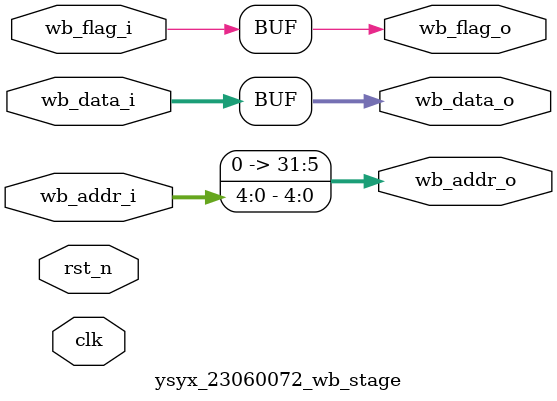
<source format=v>
`include "ysyx_23060072_define.v"
module ysyx_23060072_wb_stage(
    input                           clk,
    input                           rst_n,

    // from wb_stage
    // pipeline control signal (lsu_stage to wb_stage)
    input                           wb_flag_i,
    // pipeline data flow (lsu_stage to wb_stage)
    input   [4:0]                   wb_addr_i,           
    input   [31:0]                  wb_data_i,

    output                          wb_flag_o,
    output  [31:0]                  wb_addr_o,            
    output  [31:0]                  wb_data_o
);

    assign  wb_flag_o   =   wb_flag_i;
    assign  wb_addr_o   =   wb_addr_i;
    assign  wb_data_o   =   wb_data_i;

    /*reg [31:0]  wb_data;
    always@(*) begin
        if (csr_wb_flag_i)
            wb_data = csr_rdata;
        else if (LSU_wb_flag_i)
            wb_data = wb_wdata;
        else if (multdiv_en_i)
            wb_data = multdiv_result;
        else
            wb_data = operand_result;
    end*/


endmodule
</source>
